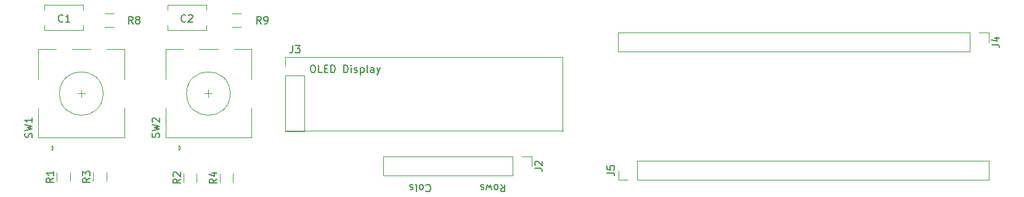
<source format=gbr>
G04 #@! TF.GenerationSoftware,KiCad,Pcbnew,(5.1.5)-3*
G04 #@! TF.CreationDate,2020-11-18T18:17:57+13:00*
G04 #@! TF.ProjectId,MidiControllerV1,4d696469-436f-46e7-9472-6f6c6c657256,rev?*
G04 #@! TF.SameCoordinates,Original*
G04 #@! TF.FileFunction,Legend,Top*
G04 #@! TF.FilePolarity,Positive*
%FSLAX46Y46*%
G04 Gerber Fmt 4.6, Leading zero omitted, Abs format (unit mm)*
G04 Created by KiCad (PCBNEW (5.1.5)-3) date 2020-11-18 18:17:57*
%MOMM*%
%LPD*%
G04 APERTURE LIST*
%ADD10C,0.150000*%
%ADD11C,0.120000*%
G04 APERTURE END LIST*
D10*
X59686190Y-28092380D02*
X59876666Y-28092380D01*
X59971904Y-28140000D01*
X60067142Y-28235238D01*
X60114761Y-28425714D01*
X60114761Y-28759047D01*
X60067142Y-28949523D01*
X59971904Y-29044761D01*
X59876666Y-29092380D01*
X59686190Y-29092380D01*
X59590952Y-29044761D01*
X59495714Y-28949523D01*
X59448095Y-28759047D01*
X59448095Y-28425714D01*
X59495714Y-28235238D01*
X59590952Y-28140000D01*
X59686190Y-28092380D01*
X61019523Y-29092380D02*
X60543333Y-29092380D01*
X60543333Y-28092380D01*
X61352857Y-28568571D02*
X61686190Y-28568571D01*
X61829047Y-29092380D02*
X61352857Y-29092380D01*
X61352857Y-28092380D01*
X61829047Y-28092380D01*
X62257619Y-29092380D02*
X62257619Y-28092380D01*
X62495714Y-28092380D01*
X62638571Y-28140000D01*
X62733809Y-28235238D01*
X62781428Y-28330476D01*
X62829047Y-28520952D01*
X62829047Y-28663809D01*
X62781428Y-28854285D01*
X62733809Y-28949523D01*
X62638571Y-29044761D01*
X62495714Y-29092380D01*
X62257619Y-29092380D01*
X64019523Y-29092380D02*
X64019523Y-28092380D01*
X64257619Y-28092380D01*
X64400476Y-28140000D01*
X64495714Y-28235238D01*
X64543333Y-28330476D01*
X64590952Y-28520952D01*
X64590952Y-28663809D01*
X64543333Y-28854285D01*
X64495714Y-28949523D01*
X64400476Y-29044761D01*
X64257619Y-29092380D01*
X64019523Y-29092380D01*
X65019523Y-29092380D02*
X65019523Y-28425714D01*
X65019523Y-28092380D02*
X64971904Y-28140000D01*
X65019523Y-28187619D01*
X65067142Y-28140000D01*
X65019523Y-28092380D01*
X65019523Y-28187619D01*
X65448095Y-29044761D02*
X65543333Y-29092380D01*
X65733809Y-29092380D01*
X65829047Y-29044761D01*
X65876666Y-28949523D01*
X65876666Y-28901904D01*
X65829047Y-28806666D01*
X65733809Y-28759047D01*
X65590952Y-28759047D01*
X65495714Y-28711428D01*
X65448095Y-28616190D01*
X65448095Y-28568571D01*
X65495714Y-28473333D01*
X65590952Y-28425714D01*
X65733809Y-28425714D01*
X65829047Y-28473333D01*
X66305238Y-28425714D02*
X66305238Y-29425714D01*
X66305238Y-28473333D02*
X66400476Y-28425714D01*
X66590952Y-28425714D01*
X66686190Y-28473333D01*
X66733809Y-28520952D01*
X66781428Y-28616190D01*
X66781428Y-28901904D01*
X66733809Y-28997142D01*
X66686190Y-29044761D01*
X66590952Y-29092380D01*
X66400476Y-29092380D01*
X66305238Y-29044761D01*
X67352857Y-29092380D02*
X67257619Y-29044761D01*
X67210000Y-28949523D01*
X67210000Y-28092380D01*
X68162380Y-29092380D02*
X68162380Y-28568571D01*
X68114761Y-28473333D01*
X68019523Y-28425714D01*
X67829047Y-28425714D01*
X67733809Y-28473333D01*
X68162380Y-29044761D02*
X68067142Y-29092380D01*
X67829047Y-29092380D01*
X67733809Y-29044761D01*
X67686190Y-28949523D01*
X67686190Y-28854285D01*
X67733809Y-28759047D01*
X67829047Y-28711428D01*
X68067142Y-28711428D01*
X68162380Y-28663809D01*
X68543333Y-28425714D02*
X68781428Y-29092380D01*
X69019523Y-28425714D02*
X68781428Y-29092380D01*
X68686190Y-29330476D01*
X68638571Y-29378095D01*
X68543333Y-29425714D01*
D11*
X94080000Y-26960000D02*
X94080000Y-37200000D01*
X56500000Y-27000000D02*
X94080000Y-26960000D01*
D10*
X75309523Y-44642857D02*
X75357142Y-44595238D01*
X75500000Y-44547619D01*
X75595238Y-44547619D01*
X75738095Y-44595238D01*
X75833333Y-44690476D01*
X75880952Y-44785714D01*
X75928571Y-44976190D01*
X75928571Y-45119047D01*
X75880952Y-45309523D01*
X75833333Y-45404761D01*
X75738095Y-45500000D01*
X75595238Y-45547619D01*
X75500000Y-45547619D01*
X75357142Y-45500000D01*
X75309523Y-45452380D01*
X74738095Y-44547619D02*
X74833333Y-44595238D01*
X74880952Y-44642857D01*
X74928571Y-44738095D01*
X74928571Y-45023809D01*
X74880952Y-45119047D01*
X74833333Y-45166666D01*
X74738095Y-45214285D01*
X74595238Y-45214285D01*
X74500000Y-45166666D01*
X74452380Y-45119047D01*
X74404761Y-45023809D01*
X74404761Y-44738095D01*
X74452380Y-44642857D01*
X74500000Y-44595238D01*
X74595238Y-44547619D01*
X74738095Y-44547619D01*
X73833333Y-44547619D02*
X73928571Y-44595238D01*
X73976190Y-44690476D01*
X73976190Y-45547619D01*
X73500000Y-44595238D02*
X73404761Y-44547619D01*
X73214285Y-44547619D01*
X73119047Y-44595238D01*
X73071428Y-44690476D01*
X73071428Y-44738095D01*
X73119047Y-44833333D01*
X73214285Y-44880952D01*
X73357142Y-44880952D01*
X73452380Y-44928571D01*
X73500000Y-45023809D01*
X73500000Y-45071428D01*
X73452380Y-45166666D01*
X73357142Y-45214285D01*
X73214285Y-45214285D01*
X73119047Y-45166666D01*
X85571428Y-44547619D02*
X85904761Y-45023809D01*
X86142857Y-44547619D02*
X86142857Y-45547619D01*
X85761904Y-45547619D01*
X85666666Y-45500000D01*
X85619047Y-45452380D01*
X85571428Y-45357142D01*
X85571428Y-45214285D01*
X85619047Y-45119047D01*
X85666666Y-45071428D01*
X85761904Y-45023809D01*
X86142857Y-45023809D01*
X85000000Y-44547619D02*
X85095238Y-44595238D01*
X85142857Y-44642857D01*
X85190476Y-44738095D01*
X85190476Y-45023809D01*
X85142857Y-45119047D01*
X85095238Y-45166666D01*
X85000000Y-45214285D01*
X84857142Y-45214285D01*
X84761904Y-45166666D01*
X84714285Y-45119047D01*
X84666666Y-45023809D01*
X84666666Y-44738095D01*
X84714285Y-44642857D01*
X84761904Y-44595238D01*
X84857142Y-44547619D01*
X85000000Y-44547619D01*
X84333333Y-45214285D02*
X84142857Y-44547619D01*
X83952380Y-45023809D01*
X83761904Y-44547619D01*
X83571428Y-45214285D01*
X83238095Y-44595238D02*
X83142857Y-44547619D01*
X82952380Y-44547619D01*
X82857142Y-44595238D01*
X82809523Y-44690476D01*
X82809523Y-44738095D01*
X82857142Y-44833333D01*
X82952380Y-44880952D01*
X83095238Y-44880952D01*
X83190476Y-44928571D01*
X83238095Y-45023809D01*
X83238095Y-45071428D01*
X83190476Y-45166666D01*
X83095238Y-45214285D01*
X82952380Y-45214285D01*
X82857142Y-45166666D01*
D11*
X94130000Y-37160000D02*
X56030000Y-37160000D01*
X27940000Y-32500000D02*
X27940000Y-31500000D01*
X27440000Y-32000000D02*
X28440000Y-32000000D01*
X31440000Y-25900000D02*
X33840000Y-25900000D01*
X26640000Y-25900000D02*
X29240000Y-25900000D01*
X22040000Y-25900000D02*
X24440000Y-25900000D01*
X23840000Y-39200000D02*
X24140000Y-39500000D01*
X23840000Y-39800000D02*
X23840000Y-39200000D01*
X24140000Y-39500000D02*
X23840000Y-39800000D01*
X22040000Y-38100000D02*
X33840000Y-38100000D01*
X22040000Y-34000000D02*
X22040000Y-38100000D01*
X33840000Y-34000000D02*
X33840000Y-38100000D01*
X33840000Y-25900000D02*
X33840000Y-30000000D01*
X22040000Y-30000000D02*
X22040000Y-25900000D01*
X30940000Y-32000000D02*
G75*
G03X30940000Y-32000000I-3000000J0D01*
G01*
X152630000Y-23570000D02*
X152630000Y-24900000D01*
X151300000Y-23570000D02*
X152630000Y-23570000D01*
X150030000Y-23570000D02*
X150030000Y-26230000D01*
X150030000Y-26230000D02*
X101710000Y-26230000D01*
X150030000Y-23570000D02*
X101710000Y-23570000D01*
X101710000Y-23570000D02*
X101710000Y-26230000D01*
X39830000Y-20445000D02*
X39830000Y-19779000D01*
X39830000Y-23221000D02*
X39830000Y-22555000D01*
X45170000Y-20445000D02*
X45170000Y-19779000D01*
X45170000Y-23221000D02*
X45170000Y-22555000D01*
X45170000Y-19779000D02*
X39830000Y-19779000D01*
X45170000Y-23221000D02*
X39830000Y-23221000D01*
X22830000Y-20445000D02*
X22830000Y-19779000D01*
X22830000Y-23221000D02*
X22830000Y-22555000D01*
X28170000Y-20445000D02*
X28170000Y-19779000D01*
X28170000Y-23221000D02*
X28170000Y-22555000D01*
X28170000Y-19779000D02*
X22830000Y-19779000D01*
X28170000Y-23221000D02*
X22830000Y-23221000D01*
X89830000Y-40670000D02*
X89830000Y-42000000D01*
X88500000Y-40670000D02*
X89830000Y-40670000D01*
X87230000Y-40670000D02*
X87230000Y-43330000D01*
X87230000Y-43330000D02*
X69390000Y-43330000D01*
X87230000Y-40670000D02*
X69390000Y-40670000D01*
X69390000Y-40670000D02*
X69390000Y-43330000D01*
X55970000Y-37220000D02*
X58630000Y-37220000D01*
X55970000Y-29540000D02*
X55970000Y-37220000D01*
X58630000Y-29540000D02*
X58630000Y-37220000D01*
X55970000Y-29540000D02*
X58630000Y-29540000D01*
X55970000Y-28270000D02*
X55970000Y-26940000D01*
X55970000Y-26940000D02*
X57300000Y-26940000D01*
X152670000Y-43940000D02*
X152670000Y-41280000D01*
X104350000Y-43940000D02*
X152670000Y-43940000D01*
X104350000Y-41280000D02*
X152670000Y-41280000D01*
X104350000Y-43940000D02*
X104350000Y-41280000D01*
X103080000Y-43940000D02*
X101750000Y-43940000D01*
X101750000Y-43940000D02*
X101750000Y-42610000D01*
X24590000Y-44102064D02*
X24590000Y-42897936D01*
X26410000Y-44102064D02*
X26410000Y-42897936D01*
X43810000Y-44227064D02*
X43810000Y-43022936D01*
X41990000Y-44227064D02*
X41990000Y-43022936D01*
X31410000Y-44102064D02*
X31410000Y-42897936D01*
X29590000Y-44102064D02*
X29590000Y-42897936D01*
X48810000Y-44227064D02*
X48810000Y-43022936D01*
X46990000Y-44227064D02*
X46990000Y-43022936D01*
X32402064Y-20990000D02*
X31197936Y-20990000D01*
X32402064Y-22810000D02*
X31197936Y-22810000D01*
X49902064Y-20990000D02*
X48697936Y-20990000D01*
X49902064Y-22810000D02*
X48697936Y-22810000D01*
X45400000Y-32495000D02*
X45400000Y-31495000D01*
X44900000Y-31995000D02*
X45900000Y-31995000D01*
X48900000Y-25895000D02*
X51300000Y-25895000D01*
X44100000Y-25895000D02*
X46700000Y-25895000D01*
X39500000Y-25895000D02*
X41900000Y-25895000D01*
X41300000Y-39195000D02*
X41600000Y-39495000D01*
X41300000Y-39795000D02*
X41300000Y-39195000D01*
X41600000Y-39495000D02*
X41300000Y-39795000D01*
X39500000Y-38095000D02*
X51300000Y-38095000D01*
X39500000Y-33995000D02*
X39500000Y-38095000D01*
X51300000Y-33995000D02*
X51300000Y-38095000D01*
X51300000Y-25895000D02*
X51300000Y-29995000D01*
X39500000Y-29995000D02*
X39500000Y-25895000D01*
X48400000Y-31995000D02*
G75*
G03X48400000Y-31995000I-3000000J0D01*
G01*
D10*
X21144761Y-38033333D02*
X21192380Y-37890476D01*
X21192380Y-37652380D01*
X21144761Y-37557142D01*
X21097142Y-37509523D01*
X21001904Y-37461904D01*
X20906666Y-37461904D01*
X20811428Y-37509523D01*
X20763809Y-37557142D01*
X20716190Y-37652380D01*
X20668571Y-37842857D01*
X20620952Y-37938095D01*
X20573333Y-37985714D01*
X20478095Y-38033333D01*
X20382857Y-38033333D01*
X20287619Y-37985714D01*
X20240000Y-37938095D01*
X20192380Y-37842857D01*
X20192380Y-37604761D01*
X20240000Y-37461904D01*
X20192380Y-37128571D02*
X21192380Y-36890476D01*
X20478095Y-36700000D01*
X21192380Y-36509523D01*
X20192380Y-36271428D01*
X21192380Y-35366666D02*
X21192380Y-35938095D01*
X21192380Y-35652380D02*
X20192380Y-35652380D01*
X20335238Y-35747619D01*
X20430476Y-35842857D01*
X20478095Y-35938095D01*
X153082380Y-25233333D02*
X153796666Y-25233333D01*
X153939523Y-25280952D01*
X154034761Y-25376190D01*
X154082380Y-25519047D01*
X154082380Y-25614285D01*
X153415714Y-24328571D02*
X154082380Y-24328571D01*
X153034761Y-24566666D02*
X153749047Y-24804761D01*
X153749047Y-24185714D01*
X42273333Y-22037142D02*
X42225714Y-22084761D01*
X42082857Y-22132380D01*
X41987619Y-22132380D01*
X41844761Y-22084761D01*
X41749523Y-21989523D01*
X41701904Y-21894285D01*
X41654285Y-21703809D01*
X41654285Y-21560952D01*
X41701904Y-21370476D01*
X41749523Y-21275238D01*
X41844761Y-21180000D01*
X41987619Y-21132380D01*
X42082857Y-21132380D01*
X42225714Y-21180000D01*
X42273333Y-21227619D01*
X42654285Y-21227619D02*
X42701904Y-21180000D01*
X42797142Y-21132380D01*
X43035238Y-21132380D01*
X43130476Y-21180000D01*
X43178095Y-21227619D01*
X43225714Y-21322857D01*
X43225714Y-21418095D01*
X43178095Y-21560952D01*
X42606666Y-22132380D01*
X43225714Y-22132380D01*
X25403333Y-22037142D02*
X25355714Y-22084761D01*
X25212857Y-22132380D01*
X25117619Y-22132380D01*
X24974761Y-22084761D01*
X24879523Y-21989523D01*
X24831904Y-21894285D01*
X24784285Y-21703809D01*
X24784285Y-21560952D01*
X24831904Y-21370476D01*
X24879523Y-21275238D01*
X24974761Y-21180000D01*
X25117619Y-21132380D01*
X25212857Y-21132380D01*
X25355714Y-21180000D01*
X25403333Y-21227619D01*
X26355714Y-22132380D02*
X25784285Y-22132380D01*
X26070000Y-22132380D02*
X26070000Y-21132380D01*
X25974761Y-21275238D01*
X25879523Y-21370476D01*
X25784285Y-21418095D01*
X90282380Y-42333333D02*
X90996666Y-42333333D01*
X91139523Y-42380952D01*
X91234761Y-42476190D01*
X91282380Y-42619047D01*
X91282380Y-42714285D01*
X90377619Y-41904761D02*
X90330000Y-41857142D01*
X90282380Y-41761904D01*
X90282380Y-41523809D01*
X90330000Y-41428571D01*
X90377619Y-41380952D01*
X90472857Y-41333333D01*
X90568095Y-41333333D01*
X90710952Y-41380952D01*
X91282380Y-41952380D01*
X91282380Y-41333333D01*
X56966666Y-25392380D02*
X56966666Y-26106666D01*
X56919047Y-26249523D01*
X56823809Y-26344761D01*
X56680952Y-26392380D01*
X56585714Y-26392380D01*
X57347619Y-25392380D02*
X57966666Y-25392380D01*
X57633333Y-25773333D01*
X57776190Y-25773333D01*
X57871428Y-25820952D01*
X57919047Y-25868571D01*
X57966666Y-25963809D01*
X57966666Y-26201904D01*
X57919047Y-26297142D01*
X57871428Y-26344761D01*
X57776190Y-26392380D01*
X57490476Y-26392380D01*
X57395238Y-26344761D01*
X57347619Y-26297142D01*
X100202380Y-42943333D02*
X100916666Y-42943333D01*
X101059523Y-42990952D01*
X101154761Y-43086190D01*
X101202380Y-43229047D01*
X101202380Y-43324285D01*
X100202380Y-41990952D02*
X100202380Y-42467142D01*
X100678571Y-42514761D01*
X100630952Y-42467142D01*
X100583333Y-42371904D01*
X100583333Y-42133809D01*
X100630952Y-42038571D01*
X100678571Y-41990952D01*
X100773809Y-41943333D01*
X101011904Y-41943333D01*
X101107142Y-41990952D01*
X101154761Y-42038571D01*
X101202380Y-42133809D01*
X101202380Y-42371904D01*
X101154761Y-42467142D01*
X101107142Y-42514761D01*
X24132380Y-43666666D02*
X23656190Y-44000000D01*
X24132380Y-44238095D02*
X23132380Y-44238095D01*
X23132380Y-43857142D01*
X23180000Y-43761904D01*
X23227619Y-43714285D01*
X23322857Y-43666666D01*
X23465714Y-43666666D01*
X23560952Y-43714285D01*
X23608571Y-43761904D01*
X23656190Y-43857142D01*
X23656190Y-44238095D01*
X24132380Y-42714285D02*
X24132380Y-43285714D01*
X24132380Y-43000000D02*
X23132380Y-43000000D01*
X23275238Y-43095238D01*
X23370476Y-43190476D01*
X23418095Y-43285714D01*
X41532380Y-43791666D02*
X41056190Y-44125000D01*
X41532380Y-44363095D02*
X40532380Y-44363095D01*
X40532380Y-43982142D01*
X40580000Y-43886904D01*
X40627619Y-43839285D01*
X40722857Y-43791666D01*
X40865714Y-43791666D01*
X40960952Y-43839285D01*
X41008571Y-43886904D01*
X41056190Y-43982142D01*
X41056190Y-44363095D01*
X40627619Y-43410714D02*
X40580000Y-43363095D01*
X40532380Y-43267857D01*
X40532380Y-43029761D01*
X40580000Y-42934523D01*
X40627619Y-42886904D01*
X40722857Y-42839285D01*
X40818095Y-42839285D01*
X40960952Y-42886904D01*
X41532380Y-43458333D01*
X41532380Y-42839285D01*
X29132380Y-43666666D02*
X28656190Y-44000000D01*
X29132380Y-44238095D02*
X28132380Y-44238095D01*
X28132380Y-43857142D01*
X28180000Y-43761904D01*
X28227619Y-43714285D01*
X28322857Y-43666666D01*
X28465714Y-43666666D01*
X28560952Y-43714285D01*
X28608571Y-43761904D01*
X28656190Y-43857142D01*
X28656190Y-44238095D01*
X28132380Y-43333333D02*
X28132380Y-42714285D01*
X28513333Y-43047619D01*
X28513333Y-42904761D01*
X28560952Y-42809523D01*
X28608571Y-42761904D01*
X28703809Y-42714285D01*
X28941904Y-42714285D01*
X29037142Y-42761904D01*
X29084761Y-42809523D01*
X29132380Y-42904761D01*
X29132380Y-43190476D01*
X29084761Y-43285714D01*
X29037142Y-43333333D01*
X46532380Y-43791666D02*
X46056190Y-44125000D01*
X46532380Y-44363095D02*
X45532380Y-44363095D01*
X45532380Y-43982142D01*
X45580000Y-43886904D01*
X45627619Y-43839285D01*
X45722857Y-43791666D01*
X45865714Y-43791666D01*
X45960952Y-43839285D01*
X46008571Y-43886904D01*
X46056190Y-43982142D01*
X46056190Y-44363095D01*
X45865714Y-42934523D02*
X46532380Y-42934523D01*
X45484761Y-43172619D02*
X46199047Y-43410714D01*
X46199047Y-42791666D01*
X35013333Y-22382380D02*
X34680000Y-21906190D01*
X34441904Y-22382380D02*
X34441904Y-21382380D01*
X34822857Y-21382380D01*
X34918095Y-21430000D01*
X34965714Y-21477619D01*
X35013333Y-21572857D01*
X35013333Y-21715714D01*
X34965714Y-21810952D01*
X34918095Y-21858571D01*
X34822857Y-21906190D01*
X34441904Y-21906190D01*
X35584761Y-21810952D02*
X35489523Y-21763333D01*
X35441904Y-21715714D01*
X35394285Y-21620476D01*
X35394285Y-21572857D01*
X35441904Y-21477619D01*
X35489523Y-21430000D01*
X35584761Y-21382380D01*
X35775238Y-21382380D01*
X35870476Y-21430000D01*
X35918095Y-21477619D01*
X35965714Y-21572857D01*
X35965714Y-21620476D01*
X35918095Y-21715714D01*
X35870476Y-21763333D01*
X35775238Y-21810952D01*
X35584761Y-21810952D01*
X35489523Y-21858571D01*
X35441904Y-21906190D01*
X35394285Y-22001428D01*
X35394285Y-22191904D01*
X35441904Y-22287142D01*
X35489523Y-22334761D01*
X35584761Y-22382380D01*
X35775238Y-22382380D01*
X35870476Y-22334761D01*
X35918095Y-22287142D01*
X35965714Y-22191904D01*
X35965714Y-22001428D01*
X35918095Y-21906190D01*
X35870476Y-21858571D01*
X35775238Y-21810952D01*
X52633333Y-22382380D02*
X52300000Y-21906190D01*
X52061904Y-22382380D02*
X52061904Y-21382380D01*
X52442857Y-21382380D01*
X52538095Y-21430000D01*
X52585714Y-21477619D01*
X52633333Y-21572857D01*
X52633333Y-21715714D01*
X52585714Y-21810952D01*
X52538095Y-21858571D01*
X52442857Y-21906190D01*
X52061904Y-21906190D01*
X53109523Y-22382380D02*
X53300000Y-22382380D01*
X53395238Y-22334761D01*
X53442857Y-22287142D01*
X53538095Y-22144285D01*
X53585714Y-21953809D01*
X53585714Y-21572857D01*
X53538095Y-21477619D01*
X53490476Y-21430000D01*
X53395238Y-21382380D01*
X53204761Y-21382380D01*
X53109523Y-21430000D01*
X53061904Y-21477619D01*
X53014285Y-21572857D01*
X53014285Y-21810952D01*
X53061904Y-21906190D01*
X53109523Y-21953809D01*
X53204761Y-22001428D01*
X53395238Y-22001428D01*
X53490476Y-21953809D01*
X53538095Y-21906190D01*
X53585714Y-21810952D01*
X38604761Y-38028333D02*
X38652380Y-37885476D01*
X38652380Y-37647380D01*
X38604761Y-37552142D01*
X38557142Y-37504523D01*
X38461904Y-37456904D01*
X38366666Y-37456904D01*
X38271428Y-37504523D01*
X38223809Y-37552142D01*
X38176190Y-37647380D01*
X38128571Y-37837857D01*
X38080952Y-37933095D01*
X38033333Y-37980714D01*
X37938095Y-38028333D01*
X37842857Y-38028333D01*
X37747619Y-37980714D01*
X37700000Y-37933095D01*
X37652380Y-37837857D01*
X37652380Y-37599761D01*
X37700000Y-37456904D01*
X37652380Y-37123571D02*
X38652380Y-36885476D01*
X37938095Y-36695000D01*
X38652380Y-36504523D01*
X37652380Y-36266428D01*
X37747619Y-35933095D02*
X37700000Y-35885476D01*
X37652380Y-35790238D01*
X37652380Y-35552142D01*
X37700000Y-35456904D01*
X37747619Y-35409285D01*
X37842857Y-35361666D01*
X37938095Y-35361666D01*
X38080952Y-35409285D01*
X38652380Y-35980714D01*
X38652380Y-35361666D01*
M02*

</source>
